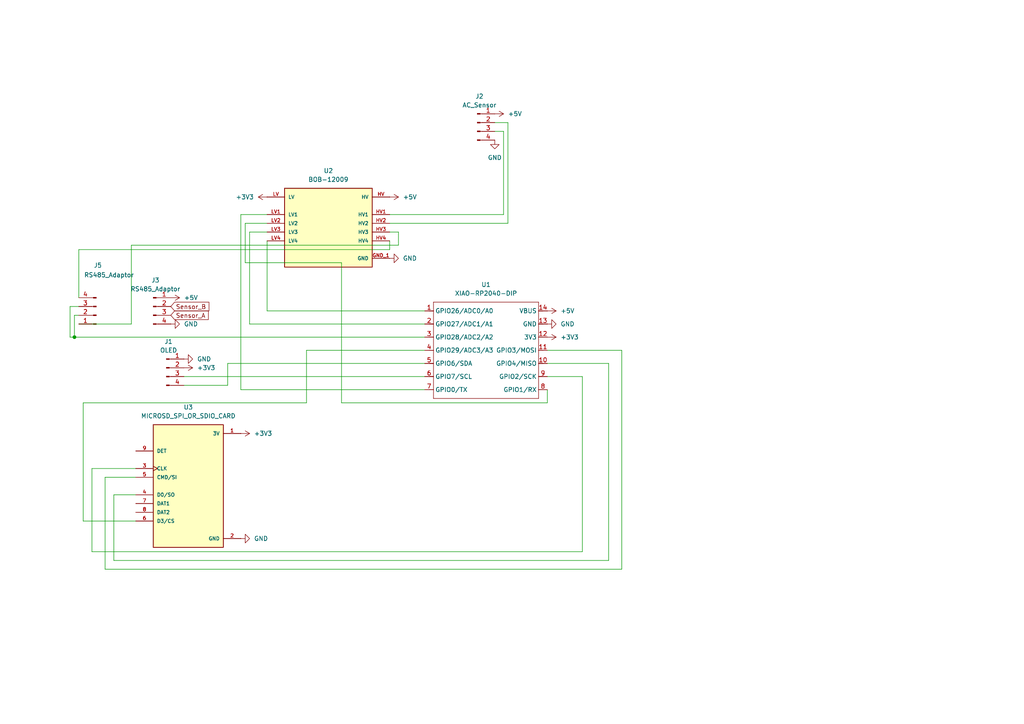
<source format=kicad_sch>
(kicad_sch (version 20250114) (generator "eeschema") (generator_version "9.0")
  (paper "A4")
  (lib_symbols
    (symbol "BOB-12009:BOB-12009" (pin_names (offset 1.016))
      (property "Reference" "U" (at -12.7 11.43 0))
      (property "Value" "BOB-12009" (at -12.7 -15.24 0))
      (symbol "BOB-12009_0_0"
        (rectangle (start -12.7 -12.7) (end 12.7 10.16) (stroke (width 0.254)) (fill (type background)))
        (pin bidirectional line (at -17.78 7.62 0) (length 5.08) (name "LV") (number "LV"))
        (pin bidirectional line (at -17.78 2.54 0) (length 5.08) (name "LV1") (number "LV1"))
        (pin bidirectional line (at -17.78 0 0) (length 5.08) (name "LV2") (number "LV2"))
        (pin bidirectional line (at -17.78 -2.54 0) (length 5.08) (name "LV3") (number "LV3"))
        (pin bidirectional line (at -17.78 -5.08 0) (length 5.08) (name "LV4") (number "LV4"))
        (pin bidirectional line (at 17.78 7.62 180) (length 5.08) (name "HV") (number "HV"))
        (pin bidirectional line (at 17.78 2.54 180) (length 5.08) (name "HV1") (number "HV1"))
        (pin bidirectional line (at 17.78 0 180) (length 5.08) (name "HV2") (number "HV2"))
        (pin bidirectional line (at 17.78 -2.54 180) (length 5.08) (name "HV3") (number "HV3"))
        (pin bidirectional line (at 17.78 -5.08 180) (length 5.08) (name "HV4") (number "HV4"))
        (pin power_in line (at 17.78 -10.16 180) (length 5.08) (name "GND") (number "GND_1"))
        (pin power_in line (at 17.78 -10.16 180) (length 5.08) (hide yes) (name "GND") (number "GND_2"))
      )
    )
    (symbol "Connector:Conn_01x04_Pin" (pin_names (offset 1.016) (hide yes))
      (property "Reference" "J" (at 0 5.08 0))
      (property "Value" "Conn_01x04_Pin" (at 0 -7.62 0))
      (symbol "Conn_01x04_Pin_1_1"
        (rectangle (start 0.8636 2.667) (end 0 2.413) (stroke (width 0.1524)) (fill (type outline)))
        (rectangle (start 0.8636 0.127) (end 0 -0.127) (stroke (width 0.1524)) (fill (type outline)))
        (rectangle (start 0.8636 -2.413) (end 0 -2.667) (stroke (width 0.1524)) (fill (type outline)))
        (rectangle (start 0.8636 -4.953) (end 0 -5.207) (stroke (width 0.1524)) (fill (type outline)))
        (polyline (pts (xy 1.27 2.54) (xy 0.8636 2.54)) (stroke (width 0.1524)))
        (polyline (pts (xy 1.27 0) (xy 0.8636 0)) (stroke (width 0.1524)))
        (polyline (pts (xy 1.27 -2.54) (xy 0.8636 -2.54)) (stroke (width 0.1524)))
        (polyline (pts (xy 1.27 -5.08) (xy 0.8636 -5.08)) (stroke (width 0.1524)))
        (pin passive line (at 5.08 2.54 180) (length 3.81) (name "Pin_1") (number "1"))
        (pin passive line (at 5.08 0 180) (length 3.81) (name "Pin_2") (number "2"))
        (pin passive line (at 5.08 -2.54 180) (length 3.81) (name "Pin_3") (number "3"))
        (pin passive line (at 5.08 -5.08 180) (length 3.81) (name "Pin_4") (number "4"))
      )
    )
    (symbol "MicroSD:MICROSD_SPI_OR_SDIO_CARD" (pin_names (offset 1.016))
      (property "Reference" "U" (at -10.16 18.542 0))
      (property "Value" "MICROSD_SPI_OR_SDIO_CARD" (at -10.16 -20.32 0))
      (symbol "MICROSD_SPI_OR_SDIO_CARD_0_0"
        (rectangle (start -10.16 -17.78) (end 10.16 17.78) (stroke (width 0.254)) (fill (type background)))
        (pin input line (at -15.24 10.16 0) (length 5.08) (name "DET") (number "9"))
        (pin input clock (at -15.24 5.08 0) (length 5.08) (name "CLK") (number "3"))
        (pin bidirectional line (at -15.24 2.54 0) (length 5.08) (name "CMD/SI") (number "5"))
        (pin bidirectional line (at -15.24 -2.54 0) (length 5.08) (name "D0/SO") (number "4"))
        (pin bidirectional line (at -15.24 -5.08 0) (length 5.08) (name "DAT1") (number "7"))
        (pin bidirectional line (at -15.24 -7.62 0) (length 5.08) (name "DAT2") (number "8"))
        (pin bidirectional line (at -15.24 -10.16 0) (length 5.08) (name "D3/CS") (number "6"))
        (pin power_in line (at 15.24 15.24 180) (length 5.08) (name "3V") (number "1"))
        (pin power_in line (at 15.24 -15.24 180) (length 5.08) (name "GND") (number "2"))
      )
    )
    (symbol "OPL:XIAO-RP2040-DIP"
      (property "Reference" "U" (at 0 0 0))
      (property "Value" "XIAO-RP2040-DIP" (at 5.334 -1.778 0))
      (symbol "XIAO-RP2040-DIP_1_0"
        (polyline (pts (xy -1.27 -2.54) (xy 29.21 -2.54)) (stroke (width 0.1524)))
        (polyline (pts (xy -1.27 -5.08) (xy -2.54 -5.08)) (stroke (width 0.1524)))
        (polyline (pts (xy -1.27 -5.08) (xy -1.27 -2.54)) (stroke (width 0.1524)))
        (polyline (pts (xy -1.27 -8.89) (xy -2.54 -8.89)) (stroke (width 0.1524)))
        (polyline (pts (xy -1.27 -8.89) (xy -1.27 -5.08)) (stroke (width 0.1524)))
        (polyline (pts (xy -1.27 -12.7) (xy -2.54 -12.7)) (stroke (width 0.1524)))
        (polyline (pts (xy -1.27 -12.7) (xy -1.27 -8.89)) (stroke (width 0.1524)))
        (polyline (pts (xy -1.27 -16.51) (xy -2.54 -16.51)) (stroke (width 0.1524)))
        (polyline (pts (xy -1.27 -16.51) (xy -1.27 -12.7)) (stroke (width 0.1524)))
        (polyline (pts (xy -1.27 -20.32) (xy -2.54 -20.32)) (stroke (width 0.1524)))
        (polyline (pts (xy -1.27 -24.13) (xy -2.54 -24.13)) (stroke (width 0.1524)))
        (polyline (pts (xy -1.27 -27.94) (xy -2.54 -27.94)) (stroke (width 0.1524)))
        (polyline (pts (xy -1.27 -30.48) (xy -1.27 -16.51)) (stroke (width 0.1524)))
        (polyline (pts (xy 29.21 -2.54) (xy 29.21 -5.08)) (stroke (width 0.1524)))
        (polyline (pts (xy 29.21 -5.08) (xy 29.21 -8.89)) (stroke (width 0.1524)))
        (polyline (pts (xy 29.21 -8.89) (xy 29.21 -12.7)) (stroke (width 0.1524)))
        (polyline (pts (xy 29.21 -12.7) (xy 29.21 -30.48)) (stroke (width 0.1524)))
        (polyline (pts (xy 29.21 -30.48) (xy -1.27 -30.48)) (stroke (width 0.1524)))
        (polyline (pts (xy 30.48 -5.08) (xy 29.21 -5.08)) (stroke (width 0.1524)))
        (polyline (pts (xy 30.48 -8.89) (xy 29.21 -8.89)) (stroke (width 0.1524)))
        (polyline (pts (xy 30.48 -12.7) (xy 29.21 -12.7)) (stroke (width 0.1524)))
        (polyline (pts (xy 30.48 -16.51) (xy 29.21 -16.51)) (stroke (width 0.1524)))
        (polyline (pts (xy 30.48 -20.32) (xy 29.21 -20.32)) (stroke (width 0.1524)))
        (polyline (pts (xy 30.48 -24.13) (xy 29.21 -24.13)) (stroke (width 0.1524)))
        (polyline (pts (xy 30.48 -27.94) (xy 29.21 -27.94)) (stroke (width 0.1524)))
        (pin passive line (at -3.81 -5.08 0) (length 2.54) (name "GPIO26/ADC0/A0") (number "1"))
        (pin passive line (at -3.81 -8.89 0) (length 2.54) (name "GPIO27/ADC1/A1") (number "2"))
        (pin passive line (at -3.81 -12.7 0) (length 2.54) (name "GPIO28/ADC2/A2") (number "3"))
        (pin passive line (at -3.81 -16.51 0) (length 2.54) (name "GPIO29/ADC3/A3") (number "4"))
        (pin passive line (at -3.81 -20.32 0) (length 2.54) (name "GPIO6/SDA") (number "5"))
        (pin passive line (at -3.81 -24.13 0) (length 2.54) (name "GPIO7/SCL") (number "6"))
        (pin passive line (at -3.81 -27.94 0) (length 2.54) (name "GPIO0/TX") (number "7"))
        (pin passive line (at 31.75 -5.08 180) (length 2.54) (name "VBUS") (number "14"))
        (pin passive line (at 31.75 -8.89 180) (length 2.54) (name "GND") (number "13"))
        (pin passive line (at 31.75 -12.7 180) (length 2.54) (name "3V3") (number "12"))
        (pin passive line (at 31.75 -16.51 180) (length 2.54) (name "GPIO3/MOSI") (number "11"))
        (pin passive line (at 31.75 -20.32 180) (length 2.54) (name "GPIO4/MISO") (number "10"))
        (pin passive line (at 31.75 -24.13 180) (length 2.54) (name "GPIO2/SCK") (number "9"))
        (pin passive line (at 31.75 -27.94 180) (length 2.54) (name "GPIO1/RX") (number "8"))
      )
    )
    (symbol "power:+3V3" (power) (pin_numbers (hide yes)) (pin_names (offset 0) (hide yes))
      (property "Value" "+3V3" (at 0 3.556 0))
      (symbol "+3V3_0_1"
        (polyline (pts (xy -0.762 1.27) (xy 0 2.54)))
        (polyline (pts (xy 0 2.54) (xy 0.762 1.27)))
        (polyline (pts (xy 0 0) (xy 0 2.54)))
      )
      (symbol "+3V3_1_1"
        (pin power_in line (at 0 0 90) (length 0) (name "~") (number "1"))
      )
    )
    (symbol "power:+5V" (power) (pin_numbers (hide yes)) (pin_names (offset 0) (hide yes))
      (property "Value" "+5V" (at 0 3.556 0))
      (symbol "+5V_0_1"
        (polyline (pts (xy -0.762 1.27) (xy 0 2.54)))
        (polyline (pts (xy 0 2.54) (xy 0.762 1.27)))
        (polyline (pts (xy 0 0) (xy 0 2.54)))
      )
      (symbol "+5V_1_1"
        (pin power_in line (at 0 0 90) (length 0) (name "~") (number "1"))
      )
    )
    (symbol "power:GND" (power) (pin_numbers (hide yes)) (pin_names (offset 0) (hide yes))
      (property "Value" "GND" (at 0 -3.81 0))
      (symbol "GND_0_1"
        (polyline (pts (xy 0 0) (xy 0 -1.27) (xy 1.27 -1.27) (xy 0 -2.54) (xy -1.27 -1.27) (xy 0 -1.27)))
      )
      (symbol "GND_1_1"
        (pin power_in line (at 0 0 270) (length 0) (name "~") (number "1"))
      )
    )
  )
  (junction (at 21.59 97.79))
  (wire (pts (xy 168.91 109.22) (xy 168.91 160.02)))
  (wire (pts (xy 113.03 62.23) (xy 146.05 62.23)))
  (wire (pts (xy 115.57 67.31) (xy 113.03 67.31)))
  (wire (pts (xy 158.75 101.6) (xy 180.34 101.6)))
  (wire (pts (xy 20.32 97.79) (xy 21.59 97.79)))
  (wire (pts (xy 115.57 71.12) (xy 115.57 67.31)))
  (wire (pts (xy 147.32 35.56) (xy 143.51 35.56)))
  (wire (pts (xy 72.39 93.98) (xy 72.39 67.31)))
  (wire (pts (xy 24.13 116.84) (xy 24.13 151.13)))
  (wire (pts (xy 38.1 71.12) (xy 115.57 71.12)))
  (wire (pts (xy 66.04 105.41) (xy 66.04 111.76)))
  (wire (pts (xy 26.67 135.89) (xy 39.37 135.89)))
  (wire (pts (xy 22.86 93.98) (xy 38.1 93.98)))
  (wire (pts (xy 30.48 138.43) (xy 39.37 138.43)))
  (wire (pts (xy 21.59 97.79) (xy 123.19 97.79)))
  (wire (pts (xy 146.05 38.1) (xy 143.51 38.1)))
  (wire (pts (xy 176.53 162.56) (xy 176.53 105.41)))
  (wire (pts (xy 72.39 67.31) (xy 77.47 67.31)))
  (wire (pts (xy 158.75 105.41) (xy 176.53 105.41)))
  (wire (pts (xy 22.86 88.9) (xy 20.32 88.9)))
  (wire (pts (xy 99.06 76.2) (xy 71.12 76.2)))
  (wire (pts (xy 146.05 62.23) (xy 146.05 38.1)))
  (wire (pts (xy 33.02 162.56) (xy 176.53 162.56)))
  (wire (pts (xy 158.75 109.22) (xy 168.91 109.22)))
  (wire (pts (xy 22.86 86.36) (xy 22.86 72.39)))
  (wire (pts (xy 88.9 116.84) (xy 24.13 116.84)))
  (wire (pts (xy 24.13 151.13) (xy 39.37 151.13)))
  (wire (pts (xy 123.19 90.17) (xy 77.47 90.17)))
  (wire (pts (xy 38.1 93.98) (xy 38.1 71.12)))
  (wire (pts (xy 69.85 62.23) (xy 77.47 62.23)))
  (wire (pts (xy 147.32 64.77) (xy 147.32 35.56)))
  (wire (pts (xy 66.04 111.76) (xy 53.34 111.76)))
  (wire (pts (xy 180.34 165.1) (xy 30.48 165.1)))
  (wire (pts (xy 88.9 101.6) (xy 88.9 116.84)))
  (wire (pts (xy 33.02 143.51) (xy 33.02 162.56)))
  (wire (pts (xy 123.19 113.03) (xy 69.85 113.03)))
  (wire (pts (xy 69.85 113.03) (xy 69.85 62.23)))
  (wire (pts (xy 77.47 90.17) (xy 77.47 69.85)))
  (wire (pts (xy 20.32 88.9) (xy 20.32 97.79)))
  (wire (pts (xy 168.91 160.02) (xy 26.67 160.02)))
  (wire (pts (xy 113.03 64.77) (xy 147.32 64.77)))
  (wire (pts (xy 99.06 116.84) (xy 99.06 76.2)))
  (wire (pts (xy 158.75 113.03) (xy 158.75 116.84)))
  (wire (pts (xy 21.59 91.44) (xy 21.59 97.79)))
  (wire (pts (xy 158.75 116.84) (xy 99.06 116.84)))
  (wire (pts (xy 180.34 101.6) (xy 180.34 165.1)))
  (wire (pts (xy 71.12 76.2) (xy 71.12 64.77)))
  (wire (pts (xy 30.48 165.1) (xy 30.48 138.43)))
  (wire (pts (xy 123.19 101.6) (xy 88.9 101.6)))
  (wire (pts (xy 71.12 64.77) (xy 77.47 64.77)))
  (wire (pts (xy 113.03 72.39) (xy 113.03 69.85)))
  (wire (pts (xy 39.37 143.51) (xy 33.02 143.51)))
  (wire (pts (xy 22.86 91.44) (xy 21.59 91.44)))
  (wire (pts (xy 123.19 93.98) (xy 72.39 93.98)))
  (wire (pts (xy 53.34 109.22) (xy 123.19 109.22)))
  (wire (pts (xy 22.86 72.39) (xy 113.03 72.39)))
  (wire (pts (xy 123.19 105.41) (xy 66.04 105.41)))
  (wire (pts (xy 26.67 160.02) (xy 26.67 135.89)))
  (global_label "Sensor_A" (shape input) (at 49.53 91.44 0) (property "Intersheetrefs" "${INTERSHEET_REFS}" (effects (hide yes))))
  (global_label "Sensor_B" (shape input) (at 49.53 88.9 0) (property "Intersheetrefs" "${INTERSHEET_REFS}" (effects (hide yes))))
  (symbol (lib_id "power:+3V3") (at 158.75 97.79 270) (unit 1)
    (property "Reference" "#PWR01" (effects (hide yes)))
    (property "Value" "+3V3" (at 162.56 97.7899 90) (effects (justify left)))
    (property "Description" "Power symbol creates a global label with name \"+3V3\"" (effects (hide yes)))
  )
  (symbol (lib_id "power:GND") (at 69.85 156.21 90) (unit 1)
    (property "Reference" "#PWR08" (effects (hide yes)))
    (property "Value" "GND" (at 73.66 156.2099 90) (effects (justify right)))
    (property "Description" "Power symbol creates a global label with name \"GND\" , ground" (effects (hide yes)))
  )
  (symbol (lib_id "power:+3V3") (at 69.85 125.73 270) (unit 1)
    (property "Reference" "#PWR07" (effects (hide yes)))
    (property "Value" "+3V3" (at 73.66 125.7299 90) (effects (justify left)))
    (property "Description" "Power symbol creates a global label with name \"+3V3\"" (effects (hide yes)))
  )
  (symbol (lib_id "power:+5V") (at 49.53 86.36 270) (unit 1)
    (property "Reference" "#PWR010" (effects (hide yes)))
    (property "Value" "+5V" (at 53.34 86.3599 90) (effects (justify left)))
    (property "Description" "Power symbol creates a global label with name \"+5V\"" (effects (hide yes)))
  )
  (symbol (lib_id "BOB-12009:BOB-12009") (at 95.25 64.77 0) (unit 1)
    (property "Reference" "U2" (at 95.25 49.53 0))
    (property "Value" "BOB-12009" (at 95.25 52.07 0))
    (property "Footprint" "BOB-12009:CONV_BOB-12009" (effects (hide yes)))
    (property "MF" "SparkFun" (effects (hide yes)))
    (property "MAXIMUM_PACKAGE_HEIGHT" "N/A" (effects (hide yes)))
    (property "Package" "None" (effects (hide yes)))
    (property "Price" "None" (effects (hide yes)))
    (property "Check_prices" "https://www.snapeda.com/parts/BOB-12009/SparkFun/view-part/?ref=eda" (effects (hide yes)))
    (property "STANDARD" "Manufacturer Recommendations" (effects (hide yes)))
    (property "PARTREV" "01" (effects (hide yes)))
    (property "SnapEDA_Link" "https://www.snapeda.com/parts/BOB-12009/SparkFun/view-part/?ref=snap" (effects (hide yes)))
    (property "MP" "BOB-12009" (effects (hide yes)))
    (property "Purchase-URL" "https://www.snapeda.com/api/url_track_click_mouser/?unipart_id=551764&manufacturer=SparkFun&part_name=BOB-12009&search_term=None" (effects (hide yes)))
    (property "Description_1" "BSS138 - Logic-Level Translator Interface Evaluation Board" (effects (hide yes)))
    (property "Availability" "In Stock" (effects (hide yes)))
    (property "MANUFACTURER" "SparkFun Electronics" (effects (hide yes)))
  )
  (symbol (lib_id "power:+5V") (at 143.51 33.02 270) (unit 1)
    (property "Reference" "#PWR013" (effects (hide yes)))
    (property "Value" "+5V" (at 147.32 33.0199 90) (effects (justify left)))
    (property "Description" "Power symbol creates a global label with name \"+5V\"" (effects (hide yes)))
  )
  (symbol (lib_id "power:+5V") (at 113.03 57.15 270) (unit 1)
    (property "Reference" "#PWR014" (effects (hide yes)))
    (property "Value" "+5V" (at 116.84 57.1499 90) (effects (justify left)))
    (property "Description" "Power symbol creates a global label with name \"+5V\"" (effects (hide yes)))
  )
  (symbol (lib_id "power:GND") (at 158.75 93.98 90) (unit 1)
    (property "Reference" "#PWR02" (effects (hide yes)))
    (property "Value" "GND" (at 162.56 93.9799 90) (effects (justify right)))
    (property "Description" "Power symbol creates a global label with name \"GND\" , ground" (effects (hide yes)))
  )
  (symbol (lib_id "power:+3V3") (at 53.34 106.68 270) (unit 1)
    (property "Reference" "#PWR05" (effects (hide yes)))
    (property "Value" "+3V3" (at 57.15 106.6799 90) (effects (justify left)))
    (property "Description" "Power symbol creates a global label with name \"+3V3\"" (effects (hide yes)))
  )
  (symbol (lib_id "Connector:Conn_01x04_Pin") (at 48.26 106.68 0) (unit 1)
    (property "Reference" "J1" (at 48.895 99.06 0))
    (property "Value" "OLED" (at 48.895 101.6 0))
    (property "Footprint" "OLED:SSD1306-0.91-OLED-4pin-128x32" (effects (hide yes)))
    (property "Description" "Generic connector, single row, 01x04, script generated" (effects (hide yes)))
  )
  (symbol (lib_id "power:+5V") (at 158.75 90.17 270) (unit 1)
    (property "Reference" "#PWR04" (effects (hide yes)))
    (property "Value" "+5V" (at 162.56 90.1699 90) (effects (justify left)))
    (property "Description" "Power symbol creates a global label with name \"+5V\"" (effects (hide yes)))
  )
  (symbol (lib_id "MicroSD:MICROSD_SPI_OR_SDIO_CARD") (at 54.61 140.97 0) (unit 1)
    (property "Reference" "U3" (at 54.61 118.11 0))
    (property "Value" "MICROSD_SPI_OR_SDIO_CARD" (at 54.61 120.65 0))
    (property "Footprint" "MicroSD:MODULE_MICROSD_SPI_OR_SDIO_CARD" (effects (hide yes)))
    (property "MF" "Adafruit Industries" (effects (hide yes)))
    (property "Description_1" "Memory Card Connectors Raspberry pi microSD card adapter" (effects (hide yes)))
    (property "Package" "Package" (effects (hide yes)))
    (property "Price" "None" (effects (hide yes)))
    (property "Check_prices" "https://www.snapeda.com/parts/MicroSD%20SPI%20or%20SDIO%20Card/Adafruit+Industries/view-part/?ref=eda" (effects (hide yes)))
    (property "STANDARD" "Manufacturer Recommendations" (effects (hide yes)))
    (property "PARTREV" "B" (effects (hide yes)))
    (property "SnapEDA_Link" "https://www.snapeda.com/parts/MicroSD%20SPI%20or%20SDIO%20Card/Adafruit+Industries/view-part/?ref=snap" (effects (hide yes)))
    (property "MP" "MicroSD SPI or SDIO Card" (effects (hide yes)))
    (property "Availability" "Not in stock" (effects (hide yes)))
    (property "MANUFACTURER" "Adafruit Industries" (effects (hide yes)))
  )
  (symbol (lib_id "power:GND") (at 49.53 93.98 90) (unit 1)
    (property "Reference" "#PWR011" (effects (hide yes)))
    (property "Value" "GND" (at 53.34 93.9799 90) (effects (justify right)))
    (property "Description" "Power symbol creates a global label with name \"GND\" , ground" (effects (hide yes)))
  )
  (symbol (lib_id "power:GND") (at 143.51 40.64 0) (unit 1)
    (property "Reference" "#PWR012" (effects (hide yes)))
    (property "Value" "GND" (at 143.51 45.72 0))
    (property "Description" "Power symbol creates a global label with name \"GND\" , ground" (effects (hide yes)))
  )
  (symbol (lib_id "OPL:XIAO-RP2040-DIP") (at 127 85.09 0) (unit 1)
    (property "Reference" "U1" (at 140.97 82.55 0))
    (property "Value" "XIAO-RP2040-DIP" (at 140.97 85.09 0))
    (property "Footprint" "OPL:XIAO-RP2040-DIP" (effects (hide yes)))
  )
  (symbol (lib_id "Connector:Conn_01x04_Pin") (at 138.43 35.56 0) (unit 1)
    (property "Reference" "J2" (at 139.065 27.94 0))
    (property "Value" "AC_Sensor" (at 139.065 30.48 0))
    (property "Footprint" "Connector_PinHeader_2.54mm:PinHeader_1x04_P2.54mm_Vertical" (effects (hide yes)))
    (property "Description" "Generic connector, single row, 01x04, script generated" (effects (hide yes)))
  )
  (symbol (lib_id "power:GND") (at 53.34 104.14 90) (unit 1)
    (property "Reference" "#PWR06" (effects (hide yes)))
    (property "Value" "GND" (at 57.15 104.1399 90) (effects (justify right)))
    (property "Description" "Power symbol creates a global label with name \"GND\" , ground" (effects (hide yes)))
  )
  (symbol (lib_id "power:GND") (at 113.03 74.93 90) (unit 1)
    (property "Reference" "#PWR09" (effects (hide yes)))
    (property "Value" "GND" (at 116.84 74.9299 90) (effects (justify right)))
    (property "Description" "Power symbol creates a global label with name \"GND\" , ground" (effects (hide yes)))
  )
  (symbol (lib_id "Connector:Conn_01x04_Pin") (at 44.45 88.9 0) (unit 1)
    (property "Reference" "J3" (at 45.085 81.28 0))
    (property "Value" "RS485_Adaptor" (at 45.085 83.82 0))
    (property "Footprint" "Connector_PinHeader_2.54mm:PinHeader_1x04_P2.54mm_Vertical" (effects (hide yes)))
    (property "Description" "Generic connector, single row, 01x04, script generated" (effects (hide yes)))
  )
  (symbol (lib_id "power:+3V3") (at 77.47 57.15 90) (unit 1)
    (property "Reference" "#PWR03" (effects (hide yes)))
    (property "Value" "+3V3" (at 73.66 57.1499 90) (effects (justify left)))
    (property "Description" "Power symbol creates a global label with name \"+3V3\"" (effects (hide yes)))
  )
  (symbol (lib_id "Connector:Conn_01x04_Pin") (at 27.94 91.44 180) (unit 1)
    (property "Reference" "J5" (at 27.178 76.962 0) (effects (justify right)))
    (property "Value" "RS485_Adaptor" (at 24.384 79.756 0) (effects (justify right)))
    (property "Footprint" "Connector_PinHeader_2.54mm:PinHeader_1x04_P2.54mm_Vertical" (effects (hide yes)))
    (property "Description" "Generic connector, single row, 01x04, script generated" (effects (hide yes)))
  )
)
</source>
